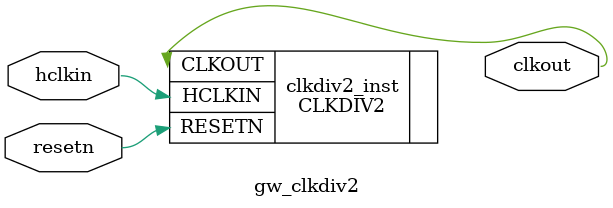
<source format=v>

module gw_clkdiv2 (clkout, hclkin, resetn);

output clkout;
input hclkin;
input resetn;

CLKDIV2 clkdiv2_inst (
    .CLKOUT(clkout),
    .HCLKIN(hclkin),
    .RESETN(resetn)
);

endmodule //gw_clkdiv2

</source>
